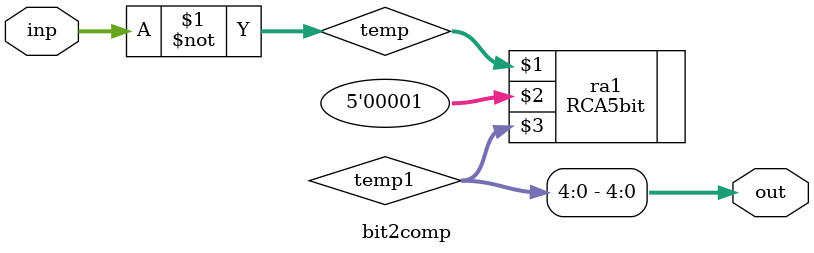
<source format=v>
module bit2comp(inp,out);

input [4:0] inp;
output [4:0] out;

wire [4:0] temp;
wire [5:0] temp1;
// assign inp = 5'b11100;
// assign out = ~inp;

// always @(*) begin
// $display("%b",out);
// end

assign temp = ~inp;
RCA5bit ra1 (temp,5'b00001,temp1);	//out[5] is Carry Bit if 1 means positive

assign out = temp1[4:0];

endmodule 
</source>
